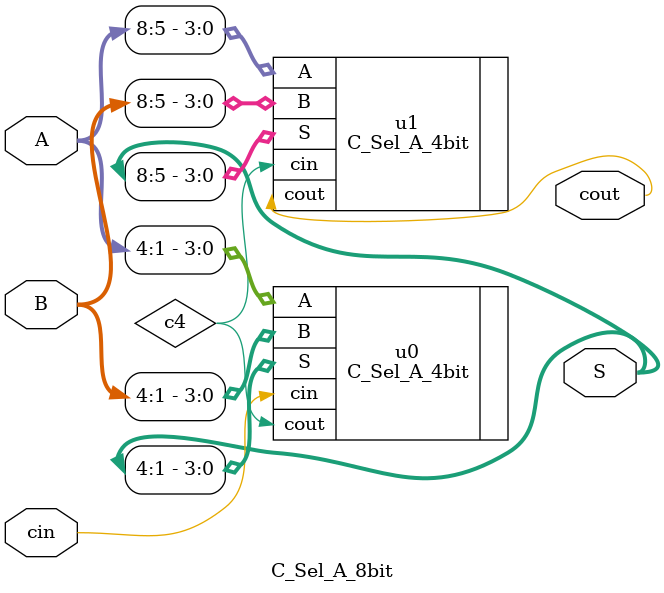
<source format=v>
module C_Sel_A_8bit #(
    parameter width=8
)(
    input wire [width:1] A,
    input wire [width:1] B,
    input wire cin,
    output wire [width:1] S,
    output wire cout
);

    wire c4;

    C_Sel_A_4bit #(.width(4)) u0 (
        .A(A[4:1]),
        .B(B[4:1]),
        .cin(cin),
        .S(S[4:1]),
        .cout(c4)
    );
    C_Sel_A_4bit #(.width(4)) u1 (
        .A(A[8:5]),
        .B(B[8:5]),
        .cin(c4),
        .S(S[8:5]),
        .cout(cout)
    );

endmodule

</source>
